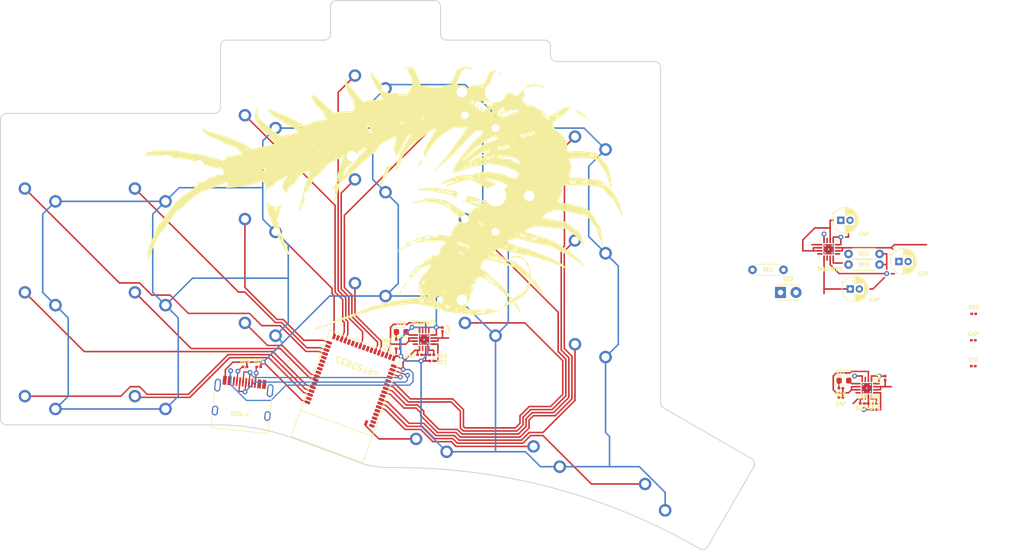
<source format=kicad_pcb>
(kicad_pcb (version 20211014) (generator pcbnew)
  (title_block (title "Custom Split Keyboard") (rev "v0.0.2") (company "Austin Rognes"))
  (layers (0 "F.Cu" signal) (31 "B.Cu" signal) (34 "B.Paste" user) (35 "F.Paste" user) (36 "B.SilkS" user "B.Silkscreen") (37 "F.SilkS" user "F.Silkscreen") (38 "B.Mask" user) (39 "F.Mask" user) (44 "Edge.Cuts" user))
  (net 0 "")
  (net 1 "GND")
  (net 2 "K1")
  (net 3 "K2")
  (net 4 "K3")
  (net 5 "K4")
  (net 6 "K5")
  (net 7 "K6")
  (net 8 "K7")
  (net 9 "K8")
  (net 10 "K9")
  (net 11 "K10")
  (net 12 "K11")
  (net 13 "K12")
  (net 14 "K13")
  (net 15 "VDDH")
  (net 16 "VBUS")
  (net 17 "D-")
  (net 18 "D+")
  (net 19 "K14")
  (net 20 "K15")
  (net 21 "K16")
  (net 22 "K17")
  (net 23 "K18")
  (net 24 "K19")
  (net 25 "K20")
  (net 26 "K21")
  (net 27 "VBAT")
  (footprint "PG1350" (layer "F.Cu") (at 130 109 180)
    (fp_text reference "S2" hide)
    (fp_text value "" hide)
  )
  (footprint "BQ24075TRGTT:QFN50P300X300X100-17N" (layer "F.Cu") (at 154.32 115.5325 180)
    (fp_text reference "BQ24075")
    (fp_text value "BQ24075")
  )
  (footprint "PG1350" (layer "F.Cu") (at 178.03 130.65 -15)
    (fp_text reference "S1" hide)
    (fp_text value "" hide)
  )
  (footprint "Capacitor_THT:CP_Radial_D4.0mm_P1.50mm" (layer "F.Cu") (at 232 102.75)
    (fp_text reference "CAP")
    (fp_text value "CAP")
  )
  (footprint "PG1350" (layer "F.Cu") (at 166 109 180)
    (fp_text reference "S2" hide)
    (fp_text value "" hide)
  )
  (footprint "Desktop:Untitled" (layer "F.Cu") (at 147 96.25)
    (fp_text reference "CENTIPEDE" hide)
    (fp_text value "LOGO" hide)
  )
  (footprint "PG1350" (layer "F.Cu") (at 158 128 180)
    (fp_text reference "S2" hide)
    (fp_text value "" hide)
  )
  (footprint "PG1350" (layer "F.Cu") (at 94 121 180)
    (fp_text reference "S2" hide)
    (fp_text value "" hide)
  )
  (footprint "Resistor_SMD:R_0201_0603Metric" (layer "F.Cu") (at 125 120)
    (fp_text reference "RES")
    (fp_text value "R_0201_0603Metric")
  )
  (footprint "Resistor_SMD:R_0201_0603Metric" (layer "F.Cu") (at 228 127)
    (fp_text reference "RES")
    (fp_text value "R_0201_0603Metric")
  )
  (footprint "Capacitor_SMD:C_0201_0603Metric" (layer "F.Cu") (at 222.5 125 180)
    (fp_text reference "CAP")
    (fp_text value "C_0201_0603Metric")
  )
  (footprint "Resistor_SMD:R_0201_0603Metric" (layer "F.Cu") (at 222.5 123.5 180)
    (fp_text reference "RES")
    (fp_text value "R_0201_0603Metric")
  )
  (footprint "BQ24075TRGTT:QFN50P300X300X100-17N" (layer "F.Cu") (at 226.75 123.5 180)
    (fp_text reference "BQ24075")
    (fp_text value "BQ24075")
  )
  (footprint "PG1350" (layer "F.Cu") (at 178.03 130.65 165)
    (fp_text reference "S2" hide)
    (fp_text value "" hide)
  )
  (footprint "PG1350" (layer "F.Cu") (at 184 112.5 180)
    (fp_text reference "S2" hide)
    (fp_text value "" hide)
  )
  (footprint "LED_THT:LED_D1.8mm_W3.3mm_H2.4mm" (layer "F.Cu") (at 212.625 107.82)
    (fp_text reference "LED")
    (fp_text value "LED")
  )
  (footprint "PG1350" (layer "F.Cu") (at 166 109)
    (fp_text reference "S1" hide)
    (fp_text value "" hide)
  )
  (footprint "PG1350" (layer "F.Cu") (at 148 85.5)
    (fp_text reference "S1" hide)
    (fp_text value "" hide)
  )
  (footprint "PG1350" (layer "F.Cu") (at 166 92 180)
    (fp_text reference "S2" hide)
    (fp_text value "" hide)
  )
  (footprint "Resistor_SMD:R_0201_0603Metric" (layer "F.Cu") (at 155.57 119.0325)
    (fp_text reference "RES")
    (fp_text value "R_0201_0603Metric")
  )
  (footprint "Capacitor_SMD:C_0201_0603Metric" (layer "F.Cu") (at 244.17 115.65)
    (fp_text reference "CAP")
    (fp_text value "C_0201_0603Metric")
  )
  (footprint "PG1350" (layer "F.Cu") (at 166 75 180)
    (fp_text reference "S2" hide)
    (fp_text value "" hide)
  )
  (footprint "PG1350" (layer "F.Cu") (at 94 121)
    (fp_text reference "S1" hide)
    (fp_text value "" hide)
  )
  (footprint "PG1350" (layer "F.Cu") (at 166 92)
    (fp_text reference "S1" hide)
    (fp_text value "" hide)
  )
  (footprint "Resistor_THT:R_Axial_DIN0204_L3.6mm_D1.6mm_P5.08mm_Horizontal" (layer "F.Cu") (at 208.04 104.11)
    (fp_text reference "RES")
    (fp_text value "RES")
  )
  (footprint "PG1350" (layer "F.Cu") (at 148 68.5 180)
    (fp_text reference "S2" hide)
    (fp_text value "" hide)
  )
  (footprint "Connector_USB:USB_C_Receptacle_HRO_TYPE-C-31-M-12" (layer "F.Cu") (at 124.5 126.557263 -6)
    (fp_text reference "USB-C")
    (fp_text value "USB_C")
  )
  (footprint "PG1350" (layer "F.Cu") (at 94 104 180)
    (fp_text reference "S2" hide)
    (fp_text value "" hide)
  )
  (footprint "0_ARognes:MS88SF3_Min" (layer "F.Cu") (at 141.563578 124.817251 160)
    (fp_text reference "nRF52833")
    (fp_text value "MS88SF3_Min")
  )
  (footprint "PG1350" (layer "F.Cu") (at 94 87 180)
    (fp_text reference "S2" hide)
    (fp_text value "" hide)
  )
  (footprint "PG1350" (layer "F.Cu") (at 196.7 138.39 -30)
    (fp_text reference "S1" hide)
    (fp_text value "" hide)
  )
  (footprint "PG1350" (layer "F.Cu") (at 112 104)
    (fp_text reference "S1" hide)
    (fp_text value "" hide)
  )
  (footprint "Resistor_SMD:R_0201_0603Metric" (layer "F.Cu") (at 244.23 111.32)
    (fp_text reference "RES")
    (fp_text value "R_0201_0603Metric")
  )
  (footprint "Capacitor_THT:CP_Radial_D4.0mm_P1.50mm" (layer "F.Cu") (at 224.027401 107.25)
    (fp_text reference "CAP")
    (fp_text value "CAP")
  )
  (footprint "Resistor_SMD:R_0201_0603Metric" (layer "F.Cu") (at 228 126)
    (fp_text reference "RES")
    (fp_text value "R_0201_0603Metric")
  )
  (footprint "PG1350" (layer "F.Cu") (at 148 102.5)
    (fp_text reference "S1" hide)
    (fp_text value "" hide)
  )
  (footprint "LED_SMD:LED_0603_1608Metric" (layer "F.Cu") (at 223 122.25)
    (fp_text reference "REF**")
    (fp_text value "LED_0603_1608Metric")
  )
  (footprint "Resistor_THT:R_Axial_DIN0204_L3.6mm_D1.6mm_P5.08mm_Horizontal" (layer "F.Cu") (at 223.75 103.25)
    (fp_text reference "RES")
    (fp_text value "RES")
  )
  (footprint "PG1350" (layer "F.Cu") (at 148 85.5 180)
    (fp_text reference "S2" hide)
    (fp_text value "" hide)
  )
  (footprint "PG1350" (layer "F.Cu") (at 130 75 180)
    (fp_text reference "S2" hide)
    (fp_text value "" hide)
  )
  (footprint "PG1350" (layer "F.Cu") (at 130 92 180)
    (fp_text reference "S2" hide)
    (fp_text value "" hide)
  )
  (footprint "Capacitor_SMD:C_0201_0603Metric" (layer "F.Cu") (at 153.57 118.0325)
    (fp_text reference "CAP")
    (fp_text value "C_0201_0603Metric")
  )
  (footprint "PG1350" (layer "F.Cu") (at 112 87 180)
    (fp_text reference "S2" hide)
    (fp_text value "" hide)
  )
  (footprint "PG1350" (layer "F.Cu") (at 94 87)
    (fp_text reference "S1" hide)
    (fp_text value "" hide)
  )
  (footprint "PG1350" (layer "F.Cu") (at 130 109)
    (fp_text reference "S1" hide)
    (fp_text value "" hide)
  )
  (footprint "PG1350" (layer "F.Cu") (at 148 102.5 180)
    (fp_text reference "S2" hide)
    (fp_text value "" hide)
  )
  (footprint "PG1350" (layer "F.Cu") (at 184 95.5)
    (fp_text reference "S1" hide)
    (fp_text value "" hide)
  )
  (footprint "PG1350" (layer "F.Cu") (at 184 78.5 180)
    (fp_text reference "S2" hide)
    (fp_text value "" hide)
  )
  (footprint "Resistor_SMD:R_0201_0603Metric" (layer "F.Cu") (at 127.25 120)
    (fp_text reference "RES")
    (fp_text value "R_0201_0603Metric")
  )
  (footprint "PG1350" (layer "F.Cu") (at 184 95.5 180)
    (fp_text reference "S2" hide)
    (fp_text value "" hide)
  )
  (footprint "LED_SMD:LED_0603_1608Metric" (layer "F.Cu") (at 150.57 114.2825)
    (fp_text reference "LED")
    (fp_text value "LED_0603_1608Metric")
  )
  (footprint "PG1350" (layer "F.Cu") (at 112 121 180)
    (fp_text reference "S2" hide)
    (fp_text value "" hide)
  )
  (footprint "Resistor_THT:R_Axial_DIN0204_L3.6mm_D1.6mm_P5.08mm_Horizontal" (layer "F.Cu") (at 223.75 101.5)
    (fp_text reference "RES")
    (fp_text value "RES")
  )
  (footprint "PG1350" (layer "F.Cu") (at 94 104)
    (fp_text reference "S1" hide)
    (fp_text value "" hide)
  )
  (footprint "Capacitor_SMD:C_0201_0603Metric" (layer "F.Cu") (at 229.75 121.845 90)
    (fp_text reference "CAP")
    (fp_text value "C_0201_0603Metric")
  )
  (footprint "PG1350" (layer "F.Cu") (at 130 92)
    (fp_text reference "S1" hide)
    (fp_text value "" hide)
  )
  (footprint "PG1350" (layer "F.Cu") (at 112 121)
    (fp_text reference "S1" hide)
    (fp_text value "" hide)
  )
  (footprint "PG1350" (layer "F.Cu") (at 158 128)
    (fp_text reference "S1" hide)
    (fp_text value "" hide)
  )
  (footprint "BQ24075TRGTT:QFN50P300X300X100-17N" (layer "F.Cu") (at 220.5 100.75 180)
    (fp_text reference "BQ24075")
    (fp_text value "BQ24075")
  )
  (footprint "PG1350" (layer "F.Cu") (at 196.7 138.39 150)
    (fp_text reference "S2" hide)
    (fp_text value "" hide)
  )
  (footprint "PG1350" (layer "F.Cu") (at 112 87)
    (fp_text reference "S1" hide)
    (fp_text value "" hide)
  )
  (footprint "PG1350" (layer "F.Cu") (at 130 75)
    (fp_text reference "S1" hide)
    (fp_text value "" hide)
  )
  (footprint "PG1350" (layer "F.Cu") (at 148 68.5)
    (fp_text reference "S1" hide)
    (fp_text value "" hide)
  )
  (footprint "Capacitor_THT:CP_Radial_D4.0mm_P1.50mm" (layer "F.Cu") (at 222.5 96)
    (fp_text reference "CAP")
    (fp_text value "CAP")
  )
  (footprint "PG1350" (layer "F.Cu") (at 112 104 180)
    (fp_text reference "S2" hide)
    (fp_text value "" hide)
  )
  (footprint "PG1350" (layer "F.Cu") (at 166 75)
    (fp_text reference "S1" hide)
    (fp_text value "" hide)
  )
  (footprint "Capacitor_SMD:C_0201_0603Metric" (layer "F.Cu") (at 157.32 113.8775 90)
    (fp_text reference "CAP")
    (fp_text value "C_0201_0603Metric")
  )
  (footprint "PG1350" (layer "F.Cu") (at 184 112.5)
    (fp_text reference "S1" hide)
    (fp_text value "" hide)
  )
  (footprint "Resistor_SMD:R_0201_0603Metric" (layer "F.Cu") (at 155.57 118.0325)
    (fp_text reference "RES")
    (fp_text value "R_0201_0603Metric")
  )
  (footprint "Capacitor_SMD:C_0201_0603Metric" (layer "F.Cu") (at 150.07 117.0325 180)
    (fp_text reference "CAP")
    (fp_text value "C_0201_0603Metric")
  )
  (footprint "PG1350" (layer "F.Cu") (at 184 78.5)
    (fp_text reference "S1" hide)
    (fp_text value "" hide)
  )
  (footprint "LED_SMD:LED_0201_0603Metric" (layer "F.Cu") (at 244.17 119.88)
    (fp_text reference "LED")
    (fp_text value "LED_0201_0603Metric")
  )
  (footprint "Resistor_SMD:R_0201_0603Metric" (layer "F.Cu") (at 150.07 115.5325 180)
    (fp_text reference "RES")
    (fp_text value "R_0201_0603Metric")
  )
  (footprint "Capacitor_SMD:C_0201_0603Metric" (layer "F.Cu") (at 226 126)
    (fp_text reference "CAP")
    (fp_text value "C_0201_0603Metric")
  )
  (gr_line (start 139 61) (end 139 65.5) (layer "Edge.Cuts") (width 0.15))
  (gr_line (start 175 69) (end 175 67.5) (layer "Edge.Cuts") (width 0.15))
  (gr_arc (start 158 66.5) (mid 157.292893 66.207107) (end 157 65.5) (layer "Edge.Cuts") (width 0.15))
  (gr_arc (start 176 70) (mid 175.292893 69.707107) (end 175 69) (layer "Edge.Cuts") (width 0.15))
  (gr_line (start 192 70) (end 176 70) (layer "Edge.Cuts") (width 0.15))
  (gr_arc (start 86 129.5) (mid 85.292893 129.207107) (end 85 128.5) (layer "Edge.Cuts") (width 0.15))
  (gr_line (start 174 66.5) (end 158 66.5) (layer "Edge.Cuts") (width 0.15))
  (gr_arc (start 149 136.51) (mid 175.078698 139.752934) (end 199.379999 149.756025) (layer "Edge.Cuts") (width 0.15))
  (gr_line (start 132.7 131.6) (end 144.4 135.9) (layer "Edge.Cuts") (width 0.15))
  (gr_arc (start 120 129.5) (mid 126.441432 129.997057) (end 132.7 131.6) (layer "Edge.Cuts") (width 0.15))
  (gr_arc (start 193.52 126.74) (mid 193.139935 126.377564) (end 193 125.871374) (layer "Edge.Cuts") (width 0.15))
  (gr_arc (start 174 66.5) (mid 174.707107 66.792893) (end 175 67.5) (layer "Edge.Cuts") (width 0.15))
  (gr_line (start 207.881923 135.029988) (end 193.52 126.74) (layer "Edge.Cuts") (width 0.15))
  (gr_line (start 138 66.5) (end 122 66.5) (layer "Edge.Cuts") (width 0.15))
  (gr_arc (start 192 70) (mid 192.707107 70.292893) (end 193 71) (layer "Edge.Cuts") (width 0.15))
  (gr_line (start 157 65.5) (end 157 61) (layer "Edge.Cuts") (width 0.15))
  (gr_arc (start 85 79.5) (mid 85.292893 78.792893) (end 86 78.5) (layer "Edge.Cuts") (width 0.15))
  (gr_line (start 86 78.5) (end 120 78.5) (layer "Edge.Cuts") (width 0.15))
  (gr_line (start 85 128.5) (end 85 79.5) (layer "Edge.Cuts") (width 0.15))
  (gr_arc (start 121 77.5) (mid 120.707107 78.207107) (end 120 78.5) (layer "Edge.Cuts") (width 0.15))
  (gr_arc (start 121 67.5) (mid 121.292893 66.792893) (end 122 66.5) (layer "Edge.Cuts") (width 0.15))
  (gr_line (start 121 67.5) (end 121 77.5) (layer "Edge.Cuts") (width 0.15))
  (gr_line (start 156 60) (end 140 60) (layer "Edge.Cuts") (width 0.15))
  (gr_arc (start 207.881923 135.029988) (mid 208.349989 135.64) (end 208.246719 136.401934) (layer "Edge.Cuts") (width 0.15))
  (gr_arc (start 139 61) (mid 139.292893 60.292893) (end 140 60) (layer "Edge.Cuts") (width 0.15))
  (gr_line (start 193 125.871374) (end 193 71) (layer "Edge.Cuts") (width 0.15))
  (gr_arc (start 156 60) (mid 156.707107 60.292893) (end 157 61) (layer "Edge.Cuts") (width 0.15))
  (gr_arc (start 139 65.5) (mid 138.707107 66.207107) (end 138 66.5) (layer "Edge.Cuts") (width 0.15))
  (gr_arc (start 200.746025 149.389999) (mid 200.138819 149.855926) (end 199.379999 149.756025) (layer "Edge.Cuts") (width 0.15))
  (gr_arc (start 149 136.51) (mid 146.679219 136.361702) (end 144.4 135.9) (layer "Edge.Cuts") (width 0.15))
  (gr_line (start 86 129.5) (end 120 129.5) (layer "Edge.Cuts") (width 0.15))
  (gr_line (start 200.746025 149.389999) (end 208.246719 136.401934) (layer "Edge.Cuts") (width 0.15))
  (segment (start 218 100.5) (end 219.065 100.5) (width 0.25) (layer "F.Cu") (net 0))
  (segment (start 231.25 100) (end 236.5 100) (width 0.25) (layer "F.Cu") (net 0))
  (segment (start 227.75 107.25) (end 229.625443 105.374557) (width 0.25) (layer "F.Cu") (net 0))
  (segment (start 220.75 99.315) (end 220.75 97.25) (width 0.25) (layer "F.Cu") (net 0))
  (segment (start 230 104) (end 230 103) (width 0.25) (layer "F.Cu") (net 0))
  (segment (start 220.75 96) (end 221.25 96) (width 0.25) (layer "F.Cu") (net 0))
  (segment (start 224.5 100.5) (end 222.75 100.5) (width 0.25) (layer "F.Cu") (net 0))
  (segment (start 230.75 100.5) (end 231.25 100) (width 0.25) (layer "F.Cu") (net 0))
  (segment (start 218.24 97.25) (end 216.28 99.21) (width 0.25) (layer "F.Cu") (net 0))
  (segment (start 230 103) (end 230 101.5) (width 0.25) (layer "F.Cu") (net 0))
  (segment (start 222.75 100.5) (end 221.935 100.5) (width 0.25) (layer "F.Cu") (net 0))
  (segment (start 230.75 100.5) (end 231 100.75) (width 0.25) (layer "F.Cu") (net 0))
  (segment (start 222.75 101) (end 222.75 100.5) (width 0.25) (layer "F.Cu") (net 0))
  (segment (start 219.75 107.25) (end 219.75 108) (width 0.25) (layer "F.Cu") (net 0))
  (segment (start 216.25 101) (end 218 101) (width 0.25) (layer "F.Cu") (net 0))
  (segment (start 219.065 101) (end 218 101) (width 0.25) (layer "F.Cu") (net 0))
  (segment (start 126.841453 120.088547) (end 126.93 120) (width 0.2) (layer "F.Cu") (net 0))
  (segment (start 219.065 100) (end 217.75 100) (width 0.25) (layer "F.Cu") (net 0))
  (segment (start 223.75 98.25) (end 223.75 98.75) (width 0.25) (layer "F.Cu") (net 0))
  (segment (start 126.841453 121.021687) (end 126.841453 120.088547) (width 0.2) (layer "F.Cu") (net 0))
  (segment (start 221.935 101) (end 222.75 101) (width 0.25) (layer "F.Cu") (net 0))
  (segment (start 123.679665 122.403762) (end 123.857886 120.708102) (width 0.2) (layer "F.Cu") (net 0))
  (segment (start 216.28 99.21) (end 216.28 100.97) (width 0.25) (layer "F.Cu") (net 0))
  (segment (start 124.565988 120) (end 123.857886 120.708102) (width 0.2) (layer "F.Cu") (net 0))
  (segment (start 230 103.25) (end 228.83 103.25) (width 0.25) (layer "F.Cu") (net 0))
  (segment (start 220.75 97.25) (end 220.75 96) (width 0.25) (layer "F.Cu") (net 0))
  (segment (start 224.5 100.5) (end 230.75 100.5) (width 0.25) (layer "F.Cu") (net 0))
  (segment (start 124.68 120) (end 124.565988 120) (width 0.2) (layer "F.Cu") (net 0))
  (segment (start 227.25 107.25) (end 227.75 107.25) (width 0.25) (layer "F.Cu") (net 0))
  (segment (start 220.75 97.25) (end 218.24 97.25) (width 0.25) (layer "F.Cu") (net 0))
  (segment (start 219.75 102.185) (end 219.75 107.25) (width 0.25) (layer "F.Cu") (net 0))
  (segment (start 223.75 98.75) (end 223.25 98.75) (width 0.25) (layer "F.Cu") (net 0))
  (segment (start 126.663231 122.717347) (end 126.841453 121.021687) (width 0.2) (layer "F.Cu") (net 0))
  (segment (start 230 101.5) (end 228.83 101.5) (width 0.25) (layer "F.Cu") (net 0))
  (segment (start 218 101) (end 218 100.5) (width 0.25) (layer "F.Cu") (net 0))
  (segment (start 231.25 104.75) (end 230.75 104.75) (width 0.25) (layer "F.Cu") (net 0))
  (segment (start 219.75 107.25) (end 224.027401 107.25) (width 0.25) (layer "F.Cu") (net 0))
  (via (at 123.857886 120.708102) (size 0.8) (drill 0.4) (layers "F.Cu" "B.Cu") (net 0))
  (via (at 126.841453 121.021687) (size 0.8) (drill 0.4) (layers "F.Cu" "B.Cu") (net 0))
  (segment (start 156.57 116.2825) (end 156.57 119.0325) (width 0.25) (layer "F.Cu") (net 1))
  (segment (start 139.584348 108.334348) (end 139.25 108) (width 0.25) (layer "F.Cu") (net 1))
  (segment (start 228.775 121.525) (end 228.75 121.5) (width 0.25) (layer "F.Cu") (net 1))
  (segment (start 221.935 100) (end 222.5 100) (width 0.25) (layer "F.Cu") (net 1))
  (segment (start 139.584348 115.051359) (end 139.584348 108.334348) (width 0.25) (layer "F.Cu") (net 1))
  (segment (start 219.75 99.315) (end 219.75 98.25) (width 0.25) (layer "F.Cu") (net 1))
  (segment (start 221.25 98.75) (end 222.5 98.75) (width 0.25) (layer "F.Cu") (net 1))
  (segment (start 228.185 124.25) (end 229 124.25) (width 0.25) (layer "F.Cu") (net 1))
  (segment (start 128 119.2245) (end 125.2755 119.2245) (width 0.25) (layer "F.Cu") (net 1))
  (segment (start 226 121.5) (end 224.75 121.5) (width 0.25) (layer "F.Cu") (net 1))
  (segment (start 228.32 125.32) (end 228.32 126) (width 0.25) (layer "F.Cu") (net 1))
  (segment (start 227.5 122.065) (end 227.5 121.5) (width 0.25) (layer "F.Cu") (net 1))
  (segment (start 226.32 126) (end 227 126) (width 0.25) (layer "F.Cu") (net 1))
  (segment (start 155.25 119.0325) (end 153.82 119.0325) (width 0.25) (layer "F.Cu") (net 1))
  (segment (start 155.25 118.0325) (end 154.57 118.0325) (width 0.25) (layer "F.Cu") (net 1))
  (segment (start 222.5 100) (end 222.5 98.75) (width 0.25) (layer "F.Cu") (net 1))
  (segment (start 153.57 114.0975) (end 153.57 113.5325) (width 0.25) (layer "F.Cu") (net 1))
  (segment (start 227.68 127) (end 226.25 127) (width 0.25) (layer "F.Cu") (net 1))
  (segment (start 153.89 118.0325) (end 154.57 118.0325) (width 0.25) (layer "F.Cu") (net 1))
  (segment (start 221.25 103) (end 222.725489 103) (width 0.25) (layer "F.Cu") (net 1))
  (segment (start 227 127) (end 227 126) (width 0.25) (layer "F.Cu") (net 1))
  (segment (start 155.755 114.7825) (end 156.32 114.7825) (width 0.25) (layer "F.Cu") (net 1))
  (segment (start 155.82 117.2825) (end 155.89 117.3525) (width 0.25) (layer "F.Cu") (net 1))
  (segment (start 139.25 107.15) (end 130 97.9) (width 0.25) (layer "F.Cu") (net 1))
  (segment (start 155.07 117.2825) (end 155.82 117.2825) (width 0.25) (layer "F.Cu") (net 1))
  (segment (start 127.57 120) (end 127.57 119.6545) (width 0.25) (layer "F.Cu") (net 1))
  (segment (start 149.715519 118.25) (end 149.357151 118.608368) (width 0.25) (layer "F.Cu") (net 1))
  (segment (start 139.25 108) (end 139.25 107.15) (width 0.25) (layer "F.Cu") (net 1))
  (segment (start 149.75 117.0325) (end 149.75 118.215519) (width 0.25) (layer "F.Cu") (net 1))
  (segment (start 228.185 122.75) (end 228.75 122.75) (width 0.25) (layer "F.Cu") (net 1))
  (segment (start 156.32 114.7825) (end 156.32 113.5325) (width 0.25) (layer "F.Cu") (net 1))
  (segment (start 125.32 120) (end 125.32 119.269) (width 0.25) (layer "F.Cu") (net 1))
  (segment (start 155.07 116.9675) (end 155.07 117.2825) (width 0.25) (layer "F.Cu") (net 1))
  (segment (start 227.5 125.25) (end 228.25 125.25) (width 0.25) (layer "F.Cu") (net 1))
  (segment (start 220.75 103.25) (end 222.2245 104.7245) (width 0.25) (layer "F.Cu") (net 1))
  (segment (start 121.790446 120.476568) (end 121.790446 121.244936) (width 0.25) (layer "F.Cu") (net 1))
  (segment (start 155.755 116.2825) (end 156.57 116.2825) (width 0.25) (layer "F.Cu") (net 1))
  (segment (start 154.57 118.0325) (end 154.57 116.9675) (width 0.25) (layer "F.Cu") (net 1))
  (segment (start 156.345 113.5575) (end 156.32 113.5325) (width 0.25) (layer "F.Cu") (net 1))
  (segment (start 150.5 118.25) (end 149.715519 118.25) (width 0.25) (layer "F.Cu") (net 1))
  (segment (start 125.2755 119.2245) (end 123.042514 119.2245) (width 0.25) (layer "F.Cu") (net 1))
  (segment (start 228.25 125.25) (end 228.32 125.32) (width 0.25) (layer "F.Cu") (net 1))
  (segment (start 227.5 121.5) (end 228.75 121.5) (width 0.25) (layer "F.Cu") (net 1))
  (segment (start 135.241037 125.814985) (end 134.283522 125.466478) (width 0.2) (layer "F.Cu") (net 1))
  (segment (start 125.32 119.269) (end 125.2755 119.2245) (width 0.25) (layer "F.Cu") (net 1))
  (segment (start 229 124.25) (end 229 127) (width 0.25) (layer "F.Cu") (net 1))
  (segment (start 155.89 117.3525) (end 155.89 118.0325) (width 0.25) (layer "F.Cu") (net 1))
  (segment (start 229.75 121.525) (end 228.775 121.525) (width 0.25) (layer "F.Cu") (net 1))
  (segment (start 127.57 119.6545) (end 128 119.2245) (width 0.25) (layer "F.Cu") (net 1))
  (segment (start 121.690621 122.194705) (end 121.790446 121.244936) (width 0.2) (layer "F.Cu") (net 1))
  (segment (start 226 122.065) (end 226 121.5) (width 0.25) (layer "F.Cu") (net 1))
  (segment (start 221.25 102.185) (end 221.25 103) (width 0.25) (layer "F.Cu") (net 1))
  (segment (start 227.5 124.935) (end 227.5 125.25) (width 0.25) (layer "F.Cu") (net 1))
  (segment (start 157.32 113.5575) (end 156.345 113.5575) (width 0.25) (layer "F.Cu") (net 1))
  (segment (start 123.042514 119.2245) (end 121.790446 120.476568) (width 0.25) (layer "F.Cu") (net 1))
  (segment (start 227 126) (end 227 124.935) (width 0.25) (layer "F.Cu") (net 1))
  (segment (start 220.75 103.25) (end 220.75 102.185) (width 0.25) (layer "F.Cu") (net 1))
  (segment (start 128 119.2245) (end 128.041544 119.2245) (width 0.25) (layer "F.Cu") (net 1))
  (segment (start 155.07 114.0975) (end 155.07 113.5325) (width 0.25) (layer "F.Cu") (net 1))
  (segment (start 222.2245 104.7245) (end 230 104.7245) (width 0.25) (layer "F.Cu") (net 1))
  (segment (start 227.68 126) (end 227 126) (width 0.25) (layer "F.Cu") (net 1))
  (segment (start 128.041544 119.2245) (end 134.283522 125.466478) (width 0.25) (layer "F.Cu") (net 1))
  (segment (start 156.57 119.0325) (end 155.89 119.0325) (width 0.25) (layer "F.Cu") (net 1))
  (segment (start 149.75 118.215519) (end 149.357151 118.608368) (width 0.25) (layer "F.Cu") (net 1))
  (segment (start 221.25 99.315) (end 221.25 98.75) (width 0.25) (layer "F.Cu") (net 1))
  (segment (start 153.57 113.5325) (end 152.32 113.5325) (width 0.25) (layer "F.Cu") (net 1))
  (segment (start 154.57 119.0325) (end 154.57 118.0325) (width 0.25) (layer "F.Cu") (net 1))
  (segment (start 229 127) (end 228.32 127) (width 0.25) (layer "F.Cu") (net 1))
  (segment (start 155.07 113.5325) (end 156.32 113.5325) (width 0.25) (layer "F.Cu") (net 1))
  (segment (start 228.75 122.75) (end 228.75 121.5) (width 0.25) (layer "F.Cu") (net 1))
  (via (at 152.32 113.5325) (size 0.8) (drill 0.4) (layers "F.Cu" "B.Cu") (net 1))
  (via (at 153.82 119.0325) (size 0.8) (drill 0.4) (layers "F.Cu" "B.Cu") (net 1))
  (via (at 128 119.2245) (size 0.8) (drill 0.4) (layers "F.Cu" "B.Cu") (net 1))
  (via (at 222.5 98.75) (size 0.8) (drill 0.4) (layers "F.Cu" "B.Cu") (net 1))
  (via (at 228.75 121.5) (size 0.8) (drill 0.4) (layers "F.Cu" "B.Cu") (net 1))
  (via (at 226.25 127) (size 0.8) (drill 0.4) (layers "F.Cu" "B.Cu") (net 1))
  (via (at 150.5 118.25) (size 0.8) (drill 0.4) (layers "F.Cu" "B.Cu") (net 1))
  (via (at 224.75 121.5) (size 0.8) (drill 0.4) (layers "F.Cu" "B.Cu") (net 1))
  (via (at 230 104.7245) (size 0.8) (drill 0.4) (layers "F.Cu" "B.Cu") (net 1))
  (via (at 156.32 113.5325) (size 0.8) (drill 0.4) (layers "F.Cu" "B.Cu") (net 1))
  (via (at 219.75 98.25) (size 0.8) (drill 0.4) (layers "F.Cu" "B.Cu") (net 1))
  (segment (start 166 114.9) (end 161.325421 110.225421) (width 0.25) (layer "B.Cu") (net 1))
  (segment (start 148 74.4) (end 148.625421 73.774579) (width 0.25) (layer "B.Cu") (net 1))
  (segment (start 168.089021 99.989021) (end 166 97.9) (width 0.25) (layer "B.Cu") (net 1))
  (segment (start 96.089021 124.810979) (end 96.089021 111.989021) (width 0.25) (layer "B.Cu") (net 1))
  (segment (start 170.9 133.9) (end 165.85 133.9) (width 0.25) (layer "B.Cu") (net 1))
  (segment (start 127.910979 95.810979) (end 127.910979 90.660979) (width 0.25) (layer "B.Cu") (net 1))
  (segment (start 131.25 116) (end 138.85 108.4) (width 0.25) (layer "B.Cu") (net 1))
  (segment (start 193.75 143.49955) (end 193.75 140.565254) (width 0.25) (layer "B.Cu") (net 1))
  (segment (start 91.910979 94.989021) (end 94 92.9) (width 0.25) (layer "B.Cu") (net 1))
  (segment (start 151.2825 119.0325) (end 153.82 119.0325) (width 0.25) (layer "B.Cu") (net 1))
  (segment (start 112 109.9) (end 109.910979 107.810979) (width 0.25) (layer "B.Cu") (net 1))
  (segment (start 148 91.4) (end 150.089021 93.489021) (width 0.25) (layer "B.Cu") (net 1))
  (segment (start 127.910979 90.660979) (end 127.910979 82.989021) (width 0.25) (layer "B.Cu") (net 1))
  (segment (start 94 109.9) (end 91.910979 107.810979) (width 0.25) (layer "B.Cu") (net 1))
  (segment (start 91.910979 107.810979) (end 91.910979 94.989021) (width 0.25) (layer "B.Cu") (net 1))
  (segment (start 166 133.75) (end 165.85 133.9) (width 0.25) (layer "B.Cu") (net 1))
  (segment (start 132.089021 105.480979) (end 132.089021 99.989021) (width 0.25) (layer "B.Cu") (net 1))
  (segment (start 145.910979 76.489021) (end 145.910979 80.910979) (width 0.25) (layer "B.Cu") (net 1))
  (segment (start 193.75 140.565254) (end 189.533708 136.348962) (width 0.25) (layer "B.Cu") (net 1))
  (segment (start 166 114.9) (end 166 133.75) (width 0.25) (layer "B.Cu") (net 1))
  (segment (start 131.1 116) (end 131.25 116) (width 0.25) (layer "B.Cu") (net 1))
  (segment (start 94 126.9) (end 112 126.9) (width 0.25) (layer "B.Cu") (net 1))
  (segment (start 156.32 113.5325) (end 156.32 108.43) (width 0.25) (layer "B.Cu") (net 1))
  (segment (start 152.32 113.5325) (end 156.32 113.5325) (width 0.25) (layer "B.Cu") (net 1))
  (segment (start 120.999021 105.480979) (end 116.419021 105.480979) (width 0.25) (layer "B.Cu") (net 1))
  (segment (start 150.5 115.3525) (end 152.32 113.5325) (width 0.25) (layer "B.Cu") (net 1))
  (segment (start 166 97.9) (end 163.910979 95.810979) (width 0.25) (layer "B.Cu") (net 1))
  (segment (start 94 126.9) (end 96.089021 124.810979) (width 0.25) (layer "B.Cu") (net 1))
  (segment (start 163.910979 82.989021) (end 166 80.9) (width 0.25) (layer "B.Cu") (net 1))
  (segment (start 184 118.4) (end 186.089021 116.310979) (width 0.25) (layer "B.Cu") (net 1))
  (segment (start 145.910979 89.310979) (end 148 91.4) (width 0.25) (layer "B.Cu") (net 1))
  (segment (start 158.15 108.4) (end 156.35 108.4) (width 0.25) (layer "B.Cu") (net 1))
  (segment (start 184 101.4) (end 181.25 98.65) (width 0.25) (layer "B.Cu") (net 1))
  (segment (start 181.25 87.15) (end 184 84.4) (width 0.25) (layer "B.Cu") (net 1))
  (segment (start 148 74.4) (end 145.910979 76.489021) (width 0.25) (layer "B.Cu") (net 1))
  (segment (start 166 78.766992) (end 166 80.9) (width 0.25) (layer "B.Cu") (net 1))
  (segment (start 180.5 80.9) (end 184 84.4) (width 0.25) (layer "B.Cu") (net 1))
  (segment (start 94 92.9) (end 112 92.9) (width 0.25) (layer "B.Cu") (net 1))
  (segment (start 130 117.2245) (end 130.0255 117.2245) (width 0.25) (layer "B.Cu") (net 1))
  (segment (start 184 130.75) (end 184.651038 131.401038) (width 0.25) (layer "B.Cu") (net 1))
  (segment (start 116.419021 105.480979) (end 112 109.9) (width 0.25) (layer "B.Cu") (net 1))
  (segment (start 184 118.4) (end 184 130.75) (width 0.25) (layer "B.Cu") (net 1))
  (segment (start 150.5 118.25) (end 150.5 115.3525) (width 0.25) (layer "B.Cu") (net 1))
  (segment (start 130 114.9) (end 131.1 116) (width 0.25) (layer "B.Cu") (net 1))
  (segment (start 112 126.9) (end 114.089021 124.810979) (width 0.25) (layer "B.Cu") (net 1))
  (segment (start 109.910979 107.810979) (end 109.910979 94.989021) (width 0.25) (layer "B.Cu") (net 1))
  (segment (start 150.089021 93.489021) (end 150.089021 106.310979) (width 0.25) (layer "B.Cu") (net 1))
  (segment (start 130 97.9) (end 127.910979 95.810979) (width 0.25) (layer "B.Cu") (net 1))
  (segment (start 132.089021 105.480979) (end 120.999021 105.480979) (width 0.25) (layer "B.Cu") (net 1))
  (segment (start 189.533708 136.348962) (end 184.651038 136.348962) (width 0.25) (layer "B.Cu") (net 1))
  (segment (start 186.089021 116.310979) (end 186.089021 103.489021) (width 0.25) (layer "B.Cu") (net 1))
  (segment (start 130 114.9) (end 132.089021 112.810979) (width 0.25) (layer "B.Cu") (net 1))
  (segment (start 161.325421 110.225421) (end 159.975421 110.225421) (width 0.25) (layer "B.Cu") (net 1))
  (segment (start 161.007587 73.774579) (end 166 78.766992) (width 0.25) (layer "B.Cu") (net 1))
  (segment (start 132.089021 99.989021) (end 130 97.9) (width 0.25) (layer "B.Cu") (net 1))
  (segment (start 184.651038 131.401038) (end 184.651038 136.348962) (width 0.25) (layer "B.Cu") (net 1))
  (segment (start 156.32 108.43) (end 156.35 108.4) (width 0.25) (layer "B.Cu") (net 1))
  (segment (start 156.35 108.4) (end 148 108.4) (width 0.25) (layer "B.Cu") (net 1))
  (segment (start 114.089021 111.989021) (end 112 109.9) (width 0.25) (layer "B.Cu") (net 1))
  (segment (start 114.089021 124.810979) (end 114.089021 111.989021) (width 0.25) (layer "B.Cu") (net 1))
  (segment (start 163.910979 95.810979) (end 163.910979 82.989021) (width 0.25) (layer "B.Cu") (net 1))
  (segment (start 130 80.9) (end 145.9 80.9) (width 0.25) (layer "B.Cu") (net 1))
  (segment (start 184 118.4) (end 184.651038 119.051038) (width 0.25) (layer "B.Cu") (net 1))
  (segment (start 153.82 129.72) (end 158 133.9) (width 0.25) (layer "B.Cu") (net 1))
  (segment (start 176.502968 136.348962) (end 173.348962 136.348962) (width 0.25) (layer "B.Cu") (net 1))
  (segment (start 159.975421 110.225421) (end 158.15 108.4) (width 0.25) (layer "B.Cu") (net 1))
  (segment (start 148.625421 73.774579) (end 161.007587 73.774579) (width 0.25) (layer "B.Cu") (net 1))
  (segment (start 132.089021 112.810979) (end 132.089021 105.480979) (width 0.25) (layer "B.Cu") (net 1))
  (segment (start 184.651038 136.348962) (end 176.502968 136.348962) (width 0.25) (layer "B.Cu") (net 1))
  (segment (start 145.9 80.9) (end 145.910979 80.910979) (width 0.25) (layer "B.Cu") (net 1))
  (segment (start 186.089021 103.489021) (end 184 101.4) (width 0.25) (layer "B.Cu") (net 1))
  (segment (start 181.25 98.65) (end 181.25 87.15) (width 0.25) (layer "B.Cu") (net 1))
  (segment (start 150.089021 106.310979) (end 148 108.4) (width 0.25) (layer "B.Cu") (net 1))
  (segment (start 109.910979 94.989021) (end 112 92.9) (width 0.25) (layer "B.Cu") (net 1))
  (segment (start 112.15 109.75) (end 112 109.9) (width 0.25) (layer "B.Cu") (net 1))
  (segment (start 153.82 119.0325) (end 153.82 129.72) (width 0.25) (layer "B.Cu") (net 1))
  (segment (start 114.239021 90.660979) (end 127.910979 90.660979) (width 0.25) (layer "B.Cu") (net 1))
  (segment (start 166 114.9) (end 168.089021 112.810979) (width 0.25) (layer "B.Cu") (net 1))
  (segment (start 112 92.9) (end 114.239021 90.660979) (width 0.25) (layer "B.Cu") (net 1))
  (segment (start 127.910979 82.989021) (end 130 80.9) (width 0.25) (layer "B.Cu") (net 1))
  (segment (start 154.9 117.9525) (end 154.9 116.1125) (width 0.25) (layer "B.Cu") (net 1))
  (segment (start 121 105.48) (end 120.999021 105.480979) (width 0.25) (layer "B.Cu") (net 1))
  (segment (start 145.910979 80.910979) (end 145.910979 89.310979) (width 0.25) (layer "B.Cu") (net 1))
  (segment (start 150.5 118.25) (end 151.2825 119.0325) (width 0.25) (layer "B.Cu") (net 1))
  (segment (start 173.348962 136.348962) (end 170.9 133.9) (width 0.25) (layer "B.Cu") (net 1))
  (segment (start 153.82 119.0325) (end 154.9 117.9525) (width 0.25) (layer "B.Cu") (net 1))
  (segment (start 138.85 108.4) (end 148 108.4) (width 0.25) (layer "B.Cu") (net 1))
  (segment (start 128 119.2245) (end 130 117.2245) (width 0.25) (layer "B.Cu") (net 1))
  (segment (start 165.85 133.9) (end 158 133.9) (width 0.25) (layer "B.Cu") (net 1))
  (segment (start 130.0255 117.2245) (end 131.25 116) (width 0.25) (layer "B.Cu") (net 1))
  (segment (start 96.089021 111.989021) (end 94 109.9) (width 0.25) (layer "B.Cu") (net 1))
  (segment (start 168.089021 112.810979) (end 168.089021 99.989021) (width 0.25) (layer "B.Cu") (net 1))
  (segment (start 166 80.9) (end 180.5 80.9) (width 0.25) (layer "B.Cu") (net 1))
  (segment (start 107 124.8) (end 107.2 125) (width 0.25) (layer "F.Cu") (net 2))
  (segment (start 135.685663 124.593385) (end 134.605017 124.200062) (width 0.2) (layer "F.Cu") (net 2))
  (segment (start 116 125) (end 122.5 118.5) (width 0.25) (layer "F.Cu") (net 2))
  (segment (start 128.904955 118.5) (end 134.605017 124.200062) (width 0.25) (layer "F.Cu") (net 2))
  (segment (start 122.5 118.5) (end 128.904955 118.5) (width 0.25) (layer "F.Cu") (net 2))
  (segment (start 107.2 125) (end 116 125) (width 0.25) (layer "F.Cu") (net 2))
  (segment (start 135.907976 123.982585) (end 134.82733 123.589261) (width 0.2) (layer "F.Cu") (net 3))
  (segment (start 115.75 124.5) (end 122.25 118) (width 0.25) (layer "F.Cu") (net 3))
  (segment (start 129.238069 118) (end 134.82733 123.589261) (width 0.25) (layer "F.Cu") (net 3))
  (segment (start 104.7 124.8) (end 106.25 123.25) (width 0.25) (layer "F.Cu") (net 3))
  (segment (start 89 124.8) (end 104.7 124.8) (width 0.25) (layer "F.Cu") (net 3))
  (segment (start 109 124.5) (end 115.75 124.5) (width 0.25) (layer "F.Cu") (net 3))
  (segment (start 106.25 123.25) (end 107.75 123.25) (width 0.25) (layer "F.Cu") (net 3))
  (segment (start 107.75 123.25) (end 109 124.5) (width 0.25) (layer "F.Cu") (net 3))
  (segment (start 122.25 118) (end 129.238069 118) (width 0.25) (layer "F.Cu") (net 3))
  (segment (start 136.130289 123.371784) (end 135.049643 122.978461) (width 0.2) (layer "F.Cu") (net 4))
  (segment (start 129.571182 117.5) (end 135.049643 122.978461) (width 0.25) (layer "F.Cu") (net 4))
  (segment (start 89 107.8) (end 98.7 117.5) (width 0.25) (layer "F.Cu") (net 4))
  (segment (start 98.7 117.5) (end 129.571182 117.5) (width 0.25) (layer "F.Cu") (net 4))
  (segment (start 116.2 117) (end 130.767292 117) (width 0.25) (layer "F.Cu") (net 5))
  (segment (start 136.574916 122.150184) (end 135.541254 121.773962) (width 0.2) (layer "F.Cu") (net 5))
  (segment (start 107 107.8) (end 116.2 117) (width 0.25) (layer "F.Cu") (net 5))
  (segment (start 130.767292 117) (end 135.541254 121.773962) (width 0.25) (layer "F.Cu") (net 5))
  (segment (start 136.797229 121.539384) (end 135.763567 121.163162) (width 0.2) (layer "F.Cu") (net 6))
  (segment (start 125 112.8) (end 128.7 116.5) (width 0.25) (layer "F.Cu") (net 6))
  (segment (start 125.7 112.8) (end 125.75 112.75) (width 0.25) (layer "F.Cu") (net 6))
  (segment (start 125 112.8) (end 125.7 112.8) (width 0.25) (layer "F.Cu") (net 6))
  (segment (start 128.7 116.5) (end 131.100405 116.5) (width 0.25) (layer "F.Cu") (net 6))
  (segment (start 131.100405 116.5) (end 135.763567 121.163162) (width 0.25) (layer "F.Cu") (net 6))
  (segment (start 89 90.8) (end 104.45 106.25) (width 0.25) (layer "F.Cu") (net 7))
  (segment (start 138.131107 117.874583) (end 137.050461 117.481259) (width 0.2) (layer "F.Cu") (net 7))
  (segment (start 112.75 108.25) (end 115.75 111.25) (width 0.25) (layer "F.Cu") (net 7))
  (segment (start 104.45 106.25) (end 107.75 106.25) (width 0.25) (layer "F.Cu") (net 7))
  (segment (start 115.75 111.25) (end 125.75 111.25) (width 0.25) (layer "F.Cu") (net 7))
  (segment (start 127.75 113.25) (end 130.75 113.25) (width 0.25) (layer "F.Cu") (net 7))
  (segment (start 107.75 106.25) (end 109.75 108.25) (width 0.25) (layer "F.Cu") (net 7))
  (segment (start 134.981259 117.481259) (end 137.050461 117.481259) (width 0.25) (layer "F.Cu") (net 7))
  (segment (start 130.75 113.25) (end 134.981259 117.481259) (width 0.25) (layer "F.Cu") (net 7))
  (segment (start 125.75 111.25) (end 127.75 113.25) (width 0.25) (layer "F.Cu") (net 7))
  (segment (start 109.75 108.25) (end 112.75 108.25) (width 0.25) (layer "F.Cu") (net 7))
  (segment (start 107 90.8) (end 123.95 107.75) (width 0.25) (layer "F.Cu") (net 8))
  (segment (start 123.95 107.75) (end 124.983008 107.75) (width 0.25) (layer "F.Cu") (net 8))
  (segment (start 124.983008 107.75) (end 129.983008 112.75) (width 0.25) (layer "F.Cu") (net 8))
  (segment (start 131 112.75) (end 135.120459 116.870459) (width 0.25) (layer "F.Cu") (net 8))
  (segment (start 138.35342 117.263782) (end 137.272774 116.870459) (width 0.2) (layer "F.Cu") (net 8))
  (segment (start 129.983008 112.75) (end 131 112.75) (width 0.25) (layer "F.Cu") (net 8))
  (segment (start 135.120459 116.870459) (end 137.272774 116.870459) (width 0.25) (layer "F.Cu") (net 8))
  (segment (start 131.25 112.25) (end 134.648859 115.648859) (width 0.25) (layer "F.Cu") (net 9))
  (segment (start 125 95.8) (end 125 107) (width 0.25) (layer "F.Cu") (net 9))
  (segment (start 125 107) (end 130.25 112.25) (width 0.25) (layer "F.Cu") (net 9))
  (segment (start 134.648859 115.648859) (end 137.7174 115.648859) (width 0.25) (layer "F.Cu") (net 9))
  (segment (start 138.798047 116.042182) (end 137.7174 115.648859) (width 0.2) (layer "F.Cu") (net 9))
  (segment (start 130.25 112.25) (end 131.25 112.25) (width 0.25) (layer "F.Cu") (net 9))
  (segment (start 141.25 114.334726) (end 141.216372 114.368354) (width 0.25) (layer "F.Cu") (net 10))
  (segment (start 140.805948 115.495985) (end 141.216372 114.368354) (width 0.2) (layer "F.Cu") (net 10))
  (segment (start 141.25 112.75) (end 141.25 114.334726) (width 0.25) (layer "F.Cu") (net 10))
  (segment (start 139.75 107.75) (end 141 109) (width 0.25) (layer "F.Cu") (net 10))
  (segment (start 125 78.8) (end 139.75 93.55) (width 0.25) (layer "F.Cu") (net 10))
  (segment (start 141 112.5) (end 141.25 112.75) (width 0.25) (layer "F.Cu") (net 10))
  (segment (start 141 109) (end 141 112.5) (width 0.25) (layer "F.Cu") (net 10))
  (segment (start 139.75 93.55) (end 139.75 107.75) (width 0.25) (layer "F.Cu") (net 10))
  (segment (start 141.827173 112.577173) (end 141.827173 114.590667) (width 0.25) (layer "F.Cu") (net 11))
  (segment (start 141.416748 115.718298) (end 141.827173 114.590667) (width 0.2) (layer "F.Cu") (net 11))
  (segment (start 141.5 112.25) (end 141.827173 112.577173) (width 0.25) (layer "F.Cu") (net 11))
  (segment (start 140.25 75.05) (end 140.25 107.5) (width 0.25) (layer "F.Cu") (net 11))
  (segment (start 140.25 107.5) (end 141.5 108.75) (width 0.25) (layer "F.Cu") (net 11))
  (segment (start 143 72.3) (end 140.25 75.05) (width 0.25) (layer "F.Cu") (net 11))
  (segment (start 141.5 108.75) (end 141.5 112.25) (width 0.25) (layer "F.Cu") (net 11))
  (segment (start 142 108.5) (end 142 112) (width 0.25) (layer "F.Cu") (net 12))
  (segment (start 140.75 91.55) (end 140.75 107.25) (width 0.25) (layer "F.Cu") (net 12))
  (segment (start 140.75 107.25) (end 142 108.5) (width 0.25) (layer "F.Cu") (net 12))
  (segment (start 142 112) (end 144.253272 114.253272) (width 0.25) (layer "F.Cu") (net 12))
  (segment (start 143 89.3) (end 140.75 91.55) (width 0.25) (layer "F.Cu") (net 12))
  (segment (start 144.253272 114.253272) (end 144.253272 115.526904) (width 0.25) (layer "F.Cu") (net 12))
  (segment (start 143.859949 116.60755) (end 144.253272 115.526904) (width 0.2) (layer "F.Cu") (net 12))
  (segment (start 141.274579 107.024579) (end 142.5 108.25) (width 0.25) (layer "F.Cu") (net 13))
  (segment (start 142.5 108.25) (end 142.5 111.75) (width 0.25) (layer "F.Cu") (net 13))
  (segment (start 157.654323 78.8) (end 141.274579 95.179744) (width 0.25) (layer "F.Cu") (net 13))
  (segment (start 141.274579 95.179744) (end 141.274579 107.024579) (width 0.25) (layer "F.Cu") (net 13))
  (segment (start 146.30315 117.496803) (end 146.696473 116.416156) (width 0.2) (layer "F.Cu") (net 13))
  (segment (start 146.696473 115.946473) (end 146.696473 116.416156) (width 0.25) (layer "F.Cu") (net 13))
  (segment (start 161 78.8) (end 157.654323 78.8) (width 0.25) (layer "F.Cu") (net 13))
  (segment (start 142.5 111.75) (end 146.696473 115.946473) (width 0.25) (layer "F.Cu") (net 13))
  (segment (start 147.307273 115.807273) (end 147.307273 116.638469) (width 0.25) (layer "F.Cu") (net 14))
  (segment (start 146.91395 117.719116) (end 147.307273 116.638469) (width 0.2) (layer "F.Cu") (net 14))
  (segment (start 143 111.5) (end 147.307273 115.807273) (width 0.25) (layer "F.Cu") (net 14))
  (segment (start 143 106.3) (end 143 111.5) (width 0.25) (layer "F.Cu") (net 14))
  (segment (start 151.32 116.2825) (end 150.32 116.2825) (width 0.25) (layer "F.Cu") (net 15))
  (segment (start 150.39 116.2125) (end 150.32 116.2825) (width 0.25) (layer "F.Cu") (net 15))
  (segment (start 224 121) (end 221.75 121) (width 0.25) (layer "F.Cu") (net 15))
  (segment (start 227 122.065) (end 227 120.75) (width 0.25) (layer "F.Cu") (net 15))
  (segment (start 148.82 116.25) (end 148.82 113.5325) (width 0.25) (layer "F.Cu") (net 15))
  (segment (start 224.25 123.25) (end 225.315 123.25) (width 0.25) (layer "F.Cu") (net 15))
  (segment (start 149.32 113.0325) (end 151.57 113.0325) (width 0.25) (layer "F.Cu") (net 15))
  (segment (start 222.18 122.2825) (end 222.2125 122.25) (width 0.25) (layer "F.Cu") (net 15))
  (segment (start 148.8525 116.2825) (end 148.82 116.25) (width 0.25) (layer "F.Cu") (net 15))
  (segment (start 221.25 123.75) (end 221.25 121.5) (width 0.25) (layer "F.Cu") (net 15))
  (segment (start 151.8575 114.7825) (end 151.3575 114.2825) (width 0.25) (layer "F.Cu") (net 15))
  (segment (start 151.82 115.7825) (end 151.32 116.2825) (width 0.25) (layer "F.Cu") (net 15))
  (segment (start 222.82 125) (end 222.82 124.18) (width 0.25) (layer "F.Cu") (net 15))
  (segment (start 149.75 114.25) (end 149.7825 114.2825) (width 0.25) (layer "F.Cu") (net 15))
  (segment (start 222.82 124.18) (end 222.75 124.25) (width 0.25) (layer "F.Cu") (net 15))
  (segment (start 223.75 124.25) (end 222.75 124.25) (width 0.25) (layer "F.Cu") (net 15))
  (segment (start 149.75 114.315) (end 149.7825 114.2825) (width 0.25) (layer "F.Cu") (net 15))
  (segment (start 224.25 123.75) (end 224.25 123.25) (width 0.25) (layer "F.Cu") (net 15))
  (segment (start 150.32 116.2825) (end 148.8525 116.2825) (width 0.25) (layer "F.Cu") (net 15))
  (segment (start 225.315 122.75) (end 224.2875 122.75) (width 0.25) (layer "F.Cu") (net 15))
  (segment (start 222.82 123.5) (end 222.82 124.18) (width 0.25) (layer "F.Cu") (net 15))
  (segment (start 149.75 115.5325) (end 149.75 114.315) (width 0.25) (layer "F.Cu") (net 15))
  (segment (start 224.2875 122.75) (end 223.7875 122.25) (width 0.25) (layer "F.Cu") (net 15))
  (segment (start 222.18 122.2175) (end 222.2125 122.25) (width 0.25) (layer "F.Cu") (net 15))
  (segment (start 152.885 115.7825) (end 151.82 115.7825) (width 0.25) (layer "F.Cu") (net 15))
  (segment (start 227 120.75) (end 224.25 120.75) (width 0.25) (layer "F.Cu") (net 15))
  (segment (start 222.18 123.5) (end 222.18 122.2825) (width 0.25) (layer "F.Cu") (net 15))
  (segment (start 221.75 121) (end 221.25 121.5) (width 0.25) (layer "F.Cu") (net 15))
  (segment (start 224.25 120.75) (end 224 121) (width 0.25) (layer "F.Cu") (net 15))
  (segment (start 154.57 112.7825) (end 154.57 114.0975) (width 0.25) (layer "F.Cu") (net 15))
  (segment (start 151.82 115.7825) (end 151.82 115.2825) (width 0.25) (layer "F.Cu") (net 15))
  (segment (start 148.82 113.5325) (end 149.32 113.0325) (width 0.25) (layer "F.Cu") (net 15))
  (segment (start 151.82 112.7825) (end 154.57 112.7825) (width 0.25) (layer "F.Cu") (net 15))
  (segment (start 224.25 123.75) (end 223.75 124.25) (width 0.25) (layer "F.Cu") (net 15))
  (segment (start 151.82 115.2825) (end 152.885 115.2825) (width 0.25) (layer "F.Cu") (net 15))
  (segment (start 150.39 115.5325) (end 150.39 116.2125) (width 0.25) (layer "F.Cu") (net 15))
  (segment (start 221.75 124.25) (end 221.25 123.75) (width 0.25) (layer "F.Cu") (net 15))
  (segment (start 148.135551 118.163742) (end 148.80249 116.331342) (width 0.2) (layer "F.Cu") (net 15))
  (segment (start 150.39 117.0325) (end 150.39 116.2125) (width 0.25) (layer "F.Cu") (net 15))
  (segment (start 152.885 114.7825) (end 151.8575 114.7825) (width 0.25) (layer "F.Cu") (net 15))
  (segment (start 222.75 124.25) (end 221.75 124.25) (width 0.25) (layer "F.Cu") (net 15))
  (segment (start 151.57 113.0325) (end 151.82 112.7825) (width 0.25) (layer "F.Cu") (net 15))
  (segment (start 225.315 123.75) (end 224.25 123.75) (width 0.25) (layer "F.Cu") (net 15))
  (segment (start 225.68 125.25) (end 225.68 126) (width 0.25) (layer "F.Cu") (net 16))
  (segment (start 150.873097 119.229403) (end 150.873097 120.437141) (width 0.25) (layer "F.Cu") (net 16))
  (segment (start 152.82 117.2825) (end 150.873097 119.229403) (width 0.25) (layer "F.Cu") (net 16))
  (segment (start 226 125.25) (end 225.25 125.25) (width 0.25) (layer "F.Cu") (net 16))
  (segment (start 122.486239 122.278328) (end 122.659234 120.632394) (width 0.2) (layer "F.Cu") (net 16))
  (segment (start 153.25 117.2825) (end 153.25 118.0325) (width 0.25) (layer "F.Cu") (net 16))
  (segment (start 226 124.935) (end 226 125.25) (width 0.25) (layer "F.Cu") (net 16))
  (segment (start 153.57 116.9675) (end 153.57 117.2825) (width 0.25) (layer "F.Cu") (net 16))
  (segment (start 225.25 125.25) (end 224.5 126) (width 0.25) (layer "F.Cu") (net 16))
  (segment (start 149.322604 119.872808) (end 150.873097 120.437141) (width 0.2) (layer "F.Cu") (net 16))
  (segment (start 153.57 117.2825) (end 152.82 117.2825) (width 0.25) (layer "F.Cu") (net 16))
  (via (at 150.873097 120.437141) (size 0.8) (drill 0.4) (layers "F.Cu" "B.Cu") (net 16))
  (via (at 122.659234 120.632394) (size 0.8) (drill 0.4) (layers "F.Cu" "B.Cu") (net 16))
  (segment (start 152.5 122.4375) (end 152.5 121) (width 0.2) (layer "B.Cu") (net 16))
  (segment (start 129.25 125.5) (end 131.75 123) (width 0.2) (layer "B.Cu") (net 16))
  (segment (start 131.75 123) (end 151.9375 123) (width 0.2) (layer "B.Cu") (net 16))
  (segment (start 125.25 125.5) (end 129.25 125.5) (width 0.2) (layer "B.Cu") (net 16))
  (segment (start 151.937141 120.437141) (end 150.873097 120.437141) (width 0.2) (layer "B.Cu") (net 16))
  (segment (start 151.9375 123) (end 152.5 122.4375) (width 0.2) (layer "B.Cu") (net 16))
  (segment (start 122.659234 122.909234) (end 125.25 125.5) (width 0.2) (layer "B.Cu") (net 16))
  (segment (start 122.659234 120.632394) (end 122.659234 122.909234) (width 0.2) (layer "B.Cu") (net 16))
  (segment (start 152.5 121) (end 151.937141 120.437141) (width 0.2) (layer "B.Cu") (net 16))
  (segment (start 125.009951 124.097091) (end 125.171447 122.560554) (width 0.2) (layer "F.Cu") (net 17))
  (segment (start 149.100291 120.483608) (end 151.590476 121.389961) (width 0.2) (layer "F.Cu") (net 17))
  (segment (start 124.015429 123.992562) (end 124.176926 122.456026) (width 0.2) (layer "F.Cu") (net 17))
  (segment (start 125.009951 124.097091) (end 124.015429 123.992562) (width 0.2) (layer "F.Cu") (net 17))
  (via (at 151.590476 121.389961) (size 0.8) (drill 0.4) (layers "F.Cu" "B.Cu") (net 17))
  (via (at 125.009951 124.097091) (size 0.8) (drill 0.4) (layers "F.Cu" "B.Cu") (net 17))
  (segment (start 151.590476 122.159524) (end 151.590476 121.389961) (width 0.2) (layer "B.Cu") (net 17))
  (segment (start 125.009951 124.097091) (end 126.607042 122.5) (width 0.2) (layer "B.Cu") (net 17))
  (segment (start 126.607042 122.5) (end 151.25 122.5) (width 0.2) (layer "B.Cu") (net 17))
  (segment (start 151.25 122.5) (end 151.590476 122.159524) (width 0.2) (layer "B.Cu") (net 17))
  (segment (start 125.668709 122.612818) (end 125.84693 120.917159) (width 0.2) (layer "F.Cu") (net 18))
  (segment (start 148.877978 121.094408) (end 150.428471 121.658741) (width 0.2) (layer "F.Cu") (net 18))
  (segment (start 125.84693 120.917159) (end 124.852408 120.81263) (width 0.2) (layer "F.Cu") (net 18))
  (segment (start 124.852408 120.81263) (end 124.674187 122.508291) (width 0.2) (layer "F.Cu") (net 18))
  (via (at 150.428471 121.658741) (size 0.8) (drill 0.4) (layers "F.Cu" "B.Cu") (net 18))
  (via (at 125.84693 120.917159) (size 0.8) (drill 0.4) (layers "F.Cu" "B.Cu") (net 18))
  (segment (start 125.84693 120.917159) (end 125.84693 121.09693) (width 0.2) (layer "B.Cu") (net 18))
  (segment (start 126.5 121.75) (end 150.337212 121.75) (width 0.2) (layer "B.Cu") (net 18))
  (segment (start 125.84693 121.09693) (end 126.5 121.75) (width 0.2) (layer "B.Cu") (net 18))
  (segment (start 150.337212 121.75) (end 150.428471 121.658741) (width 0.2) (layer "B.Cu") (net 18))
  (segment (start 159 125.25) (end 152.054666 125.25) (width 0.25) (layer "F.Cu") (net 19))
  (segment (start 177 124.5) (end 175 126.5) (width 0.25) (layer "F.Cu") (net 19))
  (segment (start 177 119) (end 177 124.5) (width 0.25) (layer "F.Cu") (net 19))
  (segment (start 152.054666 125.25) (end 149.513998 122.709332) (width 0.25) (layer "F.Cu") (net 19))
  (segment (start 175 126.5) (end 171.5 126.5) (width 0.25) (layer "F.Cu") (net 19))
  (segment (start 171.5 126.5) (end 170 128) (width 0.25) (layer "F.Cu") (net 19))
  (segment (start 160.75 129.75) (end 160.75 127) (width 0.25) (layer "F.Cu") (net 19))
  (segment (start 170 128) (end 170 129.25) (width 0.25) (layer "F.Cu") (net 19))
  (segment (start 161 112.8) (end 170.8 112.8) (width 0.25) (layer "F.Cu") (net 19))
  (segment (start 170.8 112.8) (end 177 119) (width 0.25) (layer "F.Cu") (net 19))
  (segment (start 170 129.25) (end 169.25 130) (width 0.25) (layer "F.Cu") (net 19))
  (segment (start 160.75 127) (end 159 125.25) (width 0.25) (layer "F.Cu") (net 19))
  (segment (start 161 130) (end 160.75 129.75) (width 0.25) (layer "F.Cu") (net 19))
  (segment (start 148.433351 122.316008) (end 149.513998 122.709332) (width 0.2) (layer "F.Cu") (net 19))
  (segment (start 169.25 130) (end 161 130) (width 0.25) (layer "F.Cu") (net 19))
  (segment (start 175.25 127) (end 171.75 127) (width 0.25) (layer "F.Cu") (net 20))
  (segment (start 160.25 127.25) (end 158.75 125.75) (width 0.25) (layer "F.Cu") (net 20))
  (segment (start 177.5 118.75) (end 177.5 124.75) (width 0.25) (layer "F.Cu") (net 20))
  (segment (start 170.5 129.5) (end 169.5 130.5) (width 0.25) (layer "F.Cu") (net 20))
  (segment (start 158.75 125.75) (end 151.721553 125.75) (width 0.25) (layer "F.Cu") (net 20))
  (segment (start 160.75 130.5) (end 160.25 130) (width 0.25) (layer "F.Cu") (net 20))
  (segment (start 151.721553 125.75) (end 149.291685 123.320132) (width 0.25) (layer "F.Cu") (net 20))
  (segment (start 170.5 128.25) (end 170.5 129.5) (width 0.25) (layer "F.Cu") (net 20))
  (segment (start 176.25 117.5) (end 177.5 118.75) (width 0.25) (layer "F.Cu") (net 20))
  (segment (start 148.211038 122.926809) (end 149.291685 123.320132) (width 0.2) (layer "F.Cu") (net 20))
  (segment (start 177.5 124.75) (end 175.25 127) (width 0.25) (layer "F.Cu") (net 20))
  (segment (start 169.5 130.5) (end 160.75 130.5) (width 0.25) (layer "F.Cu") (net 20))
  (segment (start 176.25 111.05) (end 176.25 117.5) (width 0.25) (layer "F.Cu") (net 20))
  (segment (start 161 95.8) (end 176.25 111.05) (width 0.25) (layer "F.Cu") (net 20))
  (segment (start 171.75 127) (end 170.5 128.25) (width 0.25) (layer "F.Cu") (net 20))
  (segment (start 160.25 130) (end 160.25 127.25) (width 0.25) (layer "F.Cu") (net 20))
  (segment (start 176.75 117.25) (end 176.75 100.75) (width 0.25) (layer "F.Cu") (net 21))
  (segment (start 178 125) (end 178 118.5) (width 0.25) (layer "F.Cu") (net 21))
  (segment (start 147.988725 123.537609) (end 149.069372 123.930932) (width 0.2) (layer "F.Cu") (net 21))
  (segment (start 156.75 130.25) (end 159.75 130.25) (width 0.25) (layer "F.Cu") (net 21))
  (segment (start 154.25 127.25) (end 154.25 127.75) (width 0.25) (layer "F.Cu") (net 21))
  (segment (start 172 127.5) (end 175.5 127.5) (width 0.25) (layer "F.Cu") (net 21))
  (segment (start 149.069372 123.930932) (end 151.38844 126.25) (width 0.25) (layer "F.Cu") (net 21))
  (segment (start 177.274579 100.225421) (end 177.274579 84.025421) (width 0.25) (layer "F.Cu") (net 21))
  (segment (start 176.75 100.75) (end 177.274579 100.225421) (width 0.25) (layer "F.Cu") (net 21))
  (segment (start 151.38844 126.25) (end 153.25 126.25) (width 0.25) (layer "F.Cu") (net 21))
  (segment (start 154.25 127.75) (end 156.75 130.25) (width 0.25) (layer "F.Cu") (net 21))
  (segment (start 178 118.5) (end 176.75 117.25) (width 0.25) (layer "F.Cu") (net 21))
  (segment (start 159.75 130.25) (end 160.5 131) (width 0.25) (layer "F.Cu") (net 21))
  (segment (start 175.5 127.5) (end 178 125) (width 0.25) (layer "F.Cu") (net 21))
  (segment (start 169.75 131) (end 171 129.75) (width 0.25) (layer "F.Cu") (net 21))
  (segment (start 177.274579 84.025421) (end 179 82.3) (width 0.25) (layer "F.Cu") (net 21))
  (segment (start 171 128.5) (end 172 127.5) (width 0.25) (layer "F.Cu") (net 21))
  (segment (start 153.25 126.25) (end 154.25 127.25) (width 0.25) (layer "F.Cu") (net 21))
  (segment (start 171 129.75) (end 171 128.5) (width 0.25) (layer "F.Cu") (net 21))
  (segment (start 160.5 131) (end 169.75 131) (width 0.25) (layer "F.Cu") (net 21))
  (segment (start 156.5 130.75) (end 159.5 130.75) (width 0.25) (layer "F.Cu") (net 22))
  (segment (start 153.75 128) (end 156.5 130.75) (width 0.25) (layer "F.Cu") (net 22))
  (segment (start 172.210895 128) (end 171.480447 128.730447) (width 0.25) (layer "F.Cu") (net 22))
  (segment (start 178.5 118.25) (end 178.5 125.25) (width 0.25) (layer "F.Cu") (net 22))
  (segment (start 160.25 131.5) (end 170 131.5) (width 0.25) (layer "F.Cu") (net 22))
  (segment (start 153.75 127.516992) (end 153.75 128) (width 0.25) (layer "F.Cu") (net 22))
  (segment (start 171.480447 130.019553) (end 171.480447 128.730447) (width 0.25) (layer "F.Cu") (net 22))
  (segment (start 179 99.3) (end 177.25 101.05) (width 0.25) (layer "F.Cu") (net 22))
  (segment (start 159.5 130.75) (end 160.25 131.5) (width 0.25) (layer "F.Cu") (net 22))
  (segment (start 177.25 101.05) (end 177.25 117) (width 0.25) (layer "F.Cu") (net 22))
  (segment (start 147.766412 124.148409) (end 148.800074 124.524631) (width 0.2) (layer "F.Cu") (net 22))
  (segment (start 170 131.5) (end 171.480447 130.019553) (width 0.25) (layer "F.Cu") (net 22))
  (segment (start 152.983008 126.75) (end 153.75 127.516992) (width 0.25) (layer "F.Cu") (net 22))
  (segment (start 151.025443 126.75) (end 152.983008 126.75) (width 0.25) (layer "F.Cu") (net 22))
  (segment (start 178.5 125.25) (end 175.75 128) (width 0.25) (layer "F.Cu") (net 22))
  (segment (start 148.800074 124.524631) (end 151.025443 126.75) (width 0.25) (layer "F.Cu") (net 22))
  (segment (start 177.25 117) (end 178.5 118.25) (width 0.25) (layer "F.Cu") (net 22))
  (segment (start 175.75 128) (end 172.210895 128) (width 0.25) (layer "F.Cu") (net 22))
  (segment (start 156.25 131.25) (end 159.25 131.25) (width 0.25) (layer "F.Cu") (net 23))
  (segment (start 148.355448 125.746232) (end 151.859216 129.25) (width 0.25) (layer "F.Cu") (net 23))
  (segment (start 160 132) (end 170.25 132) (width 0.25) (layer "F.Cu") (net 23))
  (segment (start 170.25 132) (end 171.5 130.75) (width 0.25) (layer "F.Cu") (net 23))
  (segment (start 173.75 130.75) (end 179 125.5) (width 0.25) (layer "F.Cu") (net 23))
  (segment (start 179 125.5) (end 179 116.3) (width 0.25) (layer "F.Cu") (net 23))
  (segment (start 151.859216 129.25) (end 154.25 129.25) (width 0.25) (layer "F.Cu") (net 23))
  (segment (start 147.321786 125.370009) (end 148.355448 125.746232) (width 0.2) (layer "F.Cu") (net 23))
  (segment (start 154.25 129.25) (end 156.25 131.25) (width 0.25) (layer "F.Cu") (net 23))
  (segment (start 171.5 130.75) (end 173.75 130.75) (width 0.25) (layer "F.Cu") (net 23))
  (segment (start 159.25 131.25) (end 160 132) (width 0.25) (layer "F.Cu") (net 23))
  (segment (start 151.526103 129.75) (end 154 129.75) (width 0.25) (layer "F.Cu") (net 24))
  (segment (start 154 129.75) (end 156 131.75) (width 0.25) (layer "F.Cu") (net 24))
  (segment (start 159 131.75) (end 159.75 132.5) (width 0.25) (layer "F.Cu") (net 24))
  (segment (start 173.75 131.25) (end 181.680897 139.180897) (width 0.25) (layer "F.Cu") (net 24))
  (segment (start 170.5 132.5) (end 171.75 131.25) (width 0.25) (layer "F.Cu") (net 24))
  (segment (start 181.680897 139.180897) (end 190.469873 139.180897) (width 0.25) (layer "F.Cu") (net 24))
  (segment (start 159.75 132.5) (end 170.5 132.5) (width 0.25) (layer "F.Cu") (net 24))
  (segment (start 147.099473 125.98081) (end 148.133135 126.357032) (width 0.2) (layer "F.Cu") (net 24))
  (segment (start 171.75 131.25) (end 173.75 131.25) (width 0.25) (layer "F.Cu") (net 24))
  (segment (start 148.133135 126.357032) (end 151.526103 129.75) (width 0.25) (layer "F.Cu") (net 24))
  (segment (start 156 131.75) (end 159 131.75) (width 0.25) (layer "F.Cu") (net 24))
  (segment (start 146.87716 126.59161) (end 147.910822 126.967832) (width 0.2) (layer "F.Cu") (net 25))
  (segment (start 158.75 132.25) (end 155.75 132.25) (width 0.25) (layer "F.Cu") (net 25))
  (segment (start 172.216858 133.026423) (end 159.526423 133.026423) (width 0.25) (layer "F.Cu") (net 25))
  (segment (start 151.19299 130.25) (end 147.910822 126.967832) (width 0.25) (layer "F.Cu") (net 25))
  (segment (start 153.75 130.25) (end 151.19299 130.25) (width 0.25) (layer "F.Cu") (net 25))
  (segment (start 159.526423 133.026423) (end 158.75 132.25) (width 0.25) (layer "F.Cu") (net 25))
  (segment (start 155.75 132.25) (end 153.75 130.25) (width 0.25) (layer "F.Cu") (net 25))
  (segment (start 146.905751 131.8) (end 144.813119 129.707368) (width 0.25) (layer "F.Cu") (net 26))
  (segment (start 153 131.8) (end 146.905751 131.8) (width 0.25) (layer "F.Cu") (net 26))
  (segment (start 144.813119 129.707368) (end 144.813119 129.192521) (width 0.25) (layer "F.Cu") (net 26))
  (segment (start 229 123.25) (end 228.185 123.25) (width 0.25) (layer "F.Cu") (net 27))
  (segment (start 157.32 115.2825) (end 156.57 115.2825) (width 0.25) (layer "F.Cu") (net 27))
  (segment (start 158.32 115.2825) (end 157.32 115.2825) (width 0.25) (layer "F.Cu") (net 27))
  (segment (start 157.32 115.2825) (end 157.32 114.1025) (width 0.25) (layer "F.Cu") (net 27))
  (segment (start 155.755 115.7825) (end 156.57 115.7825) (width 0.25) (layer "F.Cu") (net 27))
  (segment (start 229 123.75) (end 229 123.25) (width 0.25) (layer "F.Cu") (net 27))
  (segment (start 156.57 115.2825) (end 155.755 115.2825) (width 0.25) (layer "F.Cu") (net 27))
  (segment (start 228.185 123.75) (end 229 123.75) (width 0.25) (layer "F.Cu") (net 27))
  (segment (start 229.75 123.25) (end 229 123.25) (width 0.25) (layer "F.Cu") (net 27))
  (segment (start 229.75 123.25) (end 229.75 122.07) (width 0.25) (layer "F.Cu") (net 27))
  (segment (start 230.75 123.25) (end 229.75 123.25) (width 0.25) (layer "F.Cu") (net 27))
  (segment (start 156.57 115.7825) (end 156.57 115.2825) (width 0.25) (layer "F.Cu") (net 27))
)
</source>
